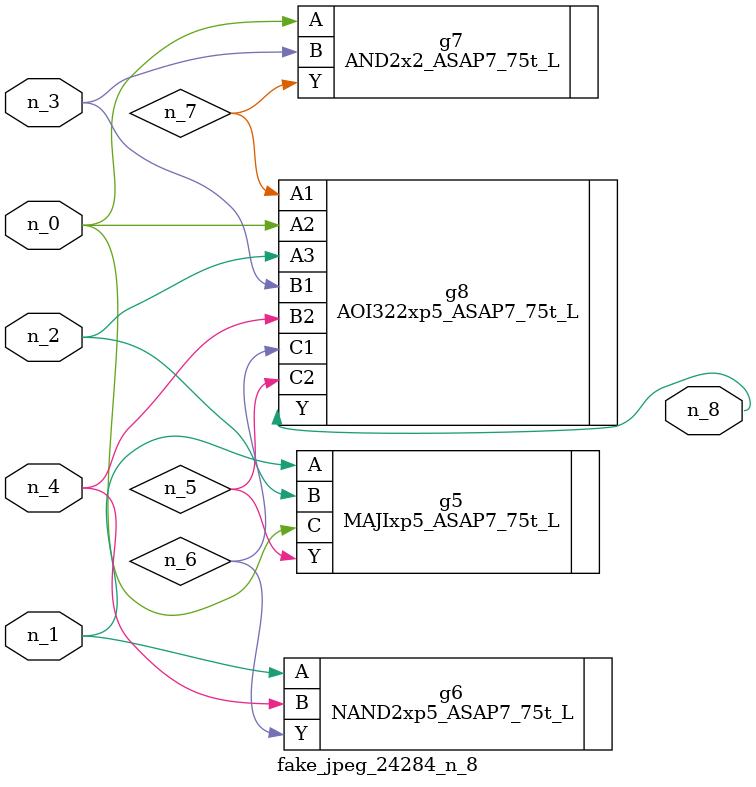
<source format=v>
module fake_jpeg_24284_n_8 (n_3, n_2, n_1, n_0, n_4, n_8);

input n_3;
input n_2;
input n_1;
input n_0;
input n_4;

output n_8;

wire n_6;
wire n_5;
wire n_7;

MAJIxp5_ASAP7_75t_L g5 ( 
.A(n_1),
.B(n_2),
.C(n_0),
.Y(n_5)
);

NAND2xp5_ASAP7_75t_L g6 ( 
.A(n_1),
.B(n_4),
.Y(n_6)
);

AND2x2_ASAP7_75t_L g7 ( 
.A(n_0),
.B(n_3),
.Y(n_7)
);

AOI322xp5_ASAP7_75t_L g8 ( 
.A1(n_7),
.A2(n_0),
.A3(n_2),
.B1(n_3),
.B2(n_4),
.C1(n_6),
.C2(n_5),
.Y(n_8)
);


endmodule
</source>
